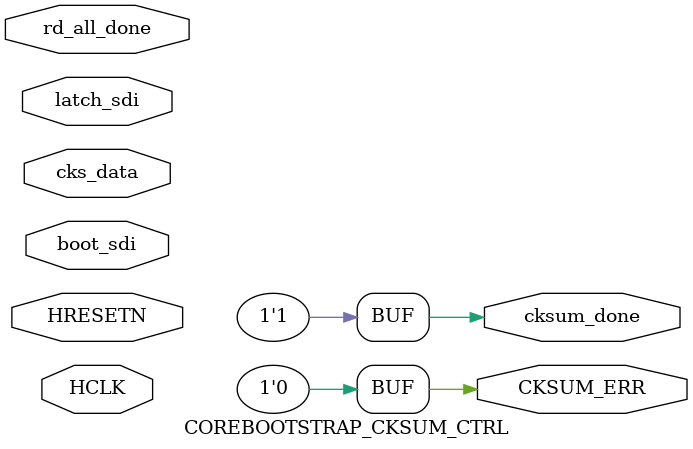
<source format=v>


// ********************************************************************/
// Microsemi Corporation Proprietary and Confidential
// Copyright 2016 Microsemi Corporation.  All rights reserved.
//
// ANY USE OR REDISTRIBUTION IN PART OR IN WHOLE MUST BE HANDLED IN
// ACCORDANCE WITH THE MICROSEMI LICENSE AGREEMENT AND MUST BE APPROVED
// IN ADVANCE IN WRITING.
//
// SVN Revision Information:
// SVN $Revision: 27880 $
// SVN $Date: 2016-11-18 00:25:39 +0000 (Fri, 18 Nov 2016) $
//
// Resolved SARs
// SAR      Date     Who   Description
// Notes:
//
//
// *********************************************************************/

/// Header_End <<<---


/// I/O_Start --->>>

// - Initialise cksum on HRSETN.
// - Modify cksum as SDI data comes in.
// - Check cksum against cks_data when asked, and generate error as appropriate.

module COREBOOTSTRAP_CKSUM_CTRL( HCLK,
                   cks_data,
                   cksum_done,
                   latch_sdi,
                   HRESETN,
                   CKSUM_ERR,
                   boot_sdi,
                   rd_all_done );

parameter CKSUM_EN = 0; // Whether a checksum is to be calculated, based on copied bootcode, and compared against stored checksum.


// Port: Port_1

input          HCLK;           // AHB clock input - must be free-running after reset.
input [31:0]   cks_data;
output         cksum_done;
input          latch_sdi;     // Used to indicate times when new data is available to be used in generation of checksum.
                              // As checksum field can be anywhere in the data to be copied, this signal will be supressed 
                              // when the checksum field is being passed in.

// Port: Port_2

input          HRESETN;        // AHB reset output, active low.  May be used as a general system reset.

// Port: Port_3

output         CKSUM_ERR;      // Checksum error resulting from the checksum read from SPI flash not matching a checksum of the data read from SPI. Checksum not supported in initial release.

// Port: Port_4

input          boot_sdi;
input          rd_all_done;



/// I/O_End <<<---


assign CKSUM_ERR = 1'b0;  // Defaulting to low for now. Used to indicate a CKSUM_ERR to AHB_WRITER.
assign cksum_done = 1'b1; // Defaulting high for now. Used to indicate to AHB_WRITER that checksum is now calculated.





endmodule


</source>
